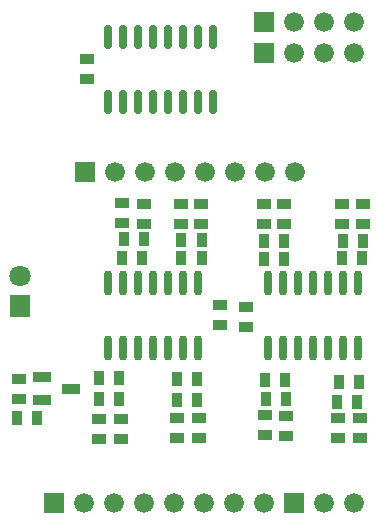
<source format=gts>
G04 Layer: TopSolderMaskLayer*
G04 Panelize: , Column: 5, Row: 1, Board Size: 33mm x 44.75mm, Panelized Board Size: 173mm x 44.75mm*
G04 EasyEDA v6.5.51, 2025-08-29 13:19:12*
G04 ee4e1d7ef05e477ab0e75e15892c94f3,14c8f2514d444a3a831de9b613ea4171,10*
G04 Gerber Generator version 0.2*
G04 Scale: 100 percent, Rotated: No, Reflected: No *
G04 Dimensions in millimeters *
G04 leading zeros omitted , absolute positions ,4 integer and 5 decimal *
%FSLAX45Y45*%
%MOMM*%

%AMMACRO1*4,1,8,-0.8085,-0.8382,-0.8382,-0.8084,-0.8382,0.8085,-0.8085,0.8382,0.8084,0.8382,0.8382,0.8085,0.8382,-0.8084,0.8084,-0.8382,-0.8085,-0.8382,0*%
%AMMACRO2*4,1,8,-0.8085,-0.9008,-0.8382,-0.871,-0.8382,0.8711,-0.8085,0.9008,0.8084,0.9008,0.8382,0.8711,0.8382,-0.871,0.8084,-0.9008,-0.8085,-0.9008,0*%
%AMMACRO3*4,1,8,-0.4921,-0.4516,-0.5516,-0.3921,-0.5516,0.3921,-0.4921,0.4516,0.4921,0.4516,0.5516,0.3921,0.5516,-0.3921,0.4921,-0.4516,-0.4921,-0.4516,0*%
%AMMACRO4*4,1,8,-0.3921,-0.5516,-0.4516,-0.4921,-0.4516,0.4921,-0.3921,0.5516,0.3921,0.5516,0.4516,0.4921,0.4516,-0.4921,0.3921,-0.5516,-0.3921,-0.5516,0*%
%AMMACRO5*4,1,8,-0.6671,-0.4516,-0.7266,-0.3921,-0.7266,0.3921,-0.6671,0.4516,0.6671,0.4516,0.7266,0.3921,0.7266,-0.3921,0.6671,-0.4516,-0.6671,-0.4516,0*%
%ADD10MACRO1*%
%ADD11C,1.6764*%
%ADD12MACRO2*%
%ADD13C,1.8016*%
%ADD14MACRO3*%
%ADD15MACRO4*%
%ADD16O,0.675589X2.139594*%
%ADD17O,0.703605X2.072589*%
%ADD18MACRO5*%
%ADD19C,0.0179*%

%LPD*%
D10*
G01*
X2253995Y329996D03*
D11*
G01*
X2507995Y329996D03*
G01*
X2761995Y329996D03*
G01*
X3015995Y329996D03*
D10*
G01*
X2253995Y585000D03*
D11*
G01*
X2507995Y584987D03*
G01*
X2761995Y584987D03*
G01*
X3015995Y584987D03*
D10*
G01*
X734059Y-685098D03*
D11*
G01*
X988060Y-685088D03*
G01*
X1242060Y-685088D03*
G01*
X1496060Y-685088D03*
G01*
X1750060Y-685088D03*
G01*
X2004059Y-685088D03*
G01*
X2258059Y-685088D03*
G01*
X2512059Y-685088D03*
G01*
X3013963Y-3479774D03*
G01*
X2759963Y-3479774D03*
D10*
G01*
X2505963Y-3479784D03*
D12*
G01*
X184911Y-1817114D03*
D13*
G01*
X184912Y-1563115D03*
D10*
G01*
X473997Y-3479995D03*
D11*
G01*
X727989Y-3479977D03*
G01*
X981989Y-3479977D03*
G01*
X1235989Y-3479977D03*
G01*
X1489989Y-3479977D03*
G01*
X1743989Y-3479977D03*
G01*
X1997989Y-3479977D03*
G01*
X2251989Y-3479977D03*
D14*
G01*
X2099995Y-1989998D03*
G01*
X2099995Y-1819996D03*
G01*
X1885022Y-1980095D03*
G01*
X1885022Y-1810092D03*
D15*
G01*
X2424996Y-1264998D03*
G01*
X2254994Y-1264998D03*
G01*
X1234998Y-1249997D03*
G01*
X1064996Y-1249997D03*
G01*
X2439997Y-2604996D03*
G01*
X2269995Y-2604996D03*
G01*
X1029969Y-2599689D03*
G01*
X859967Y-2599689D03*
G01*
X1554995Y-1259997D03*
G01*
X1724997Y-1259997D03*
G01*
X2869994Y-2629994D03*
G01*
X3039996Y-2629994D03*
G01*
X1515033Y-2609850D03*
G01*
X1685035Y-2609850D03*
D14*
G01*
X754976Y104929D03*
G01*
X754976Y274932D03*
G01*
X175348Y-2429598D03*
G01*
X175348Y-2599601D03*
D15*
G01*
X2254994Y-1414998D03*
G01*
X2424996Y-1414998D03*
G01*
X1054996Y-1409997D03*
G01*
X1224998Y-1409997D03*
G01*
X2259995Y-2439995D03*
G01*
X2429997Y-2439995D03*
G01*
X859944Y-2424684D03*
G01*
X1029947Y-2424684D03*
D14*
G01*
X2254996Y-1124999D03*
G01*
X2254996Y-954996D03*
G01*
X2424996Y-1120000D03*
G01*
X2424996Y-949998D03*
G01*
X1234998Y-1120000D03*
G01*
X1234998Y-949998D03*
G01*
X1054999Y-1114999D03*
G01*
X1054999Y-944996D03*
G01*
X2439995Y-2744993D03*
G01*
X2439995Y-2914995D03*
G01*
X2259995Y-2739994D03*
G01*
X2259995Y-2909996D03*
G01*
X1045022Y-2769704D03*
G01*
X1045022Y-2939707D03*
G01*
X860110Y-2769704D03*
G01*
X860110Y-2939707D03*
D15*
G01*
X3084995Y-1409997D03*
G01*
X2914992Y-1409997D03*
G01*
X1724997Y-1409997D03*
G01*
X1554995Y-1409997D03*
G01*
X3059996Y-2459995D03*
G01*
X2889994Y-2459995D03*
G01*
X1685013Y-2434843D03*
G01*
X1515010Y-2434843D03*
D14*
G01*
X3089993Y-1124999D03*
G01*
X3089993Y-954996D03*
G01*
X2909994Y-1124999D03*
G01*
X2909994Y-954996D03*
G01*
X1554998Y-1124999D03*
G01*
X1554998Y-954996D03*
G01*
X1719996Y-1120000D03*
G01*
X1719996Y-949998D03*
G01*
X2879994Y-2764993D03*
G01*
X2879994Y-2934995D03*
G01*
X3064995Y-2764993D03*
G01*
X3064995Y-2934995D03*
G01*
X1705168Y-2764878D03*
G01*
X1705168Y-2934881D03*
G01*
X1520002Y-2764878D03*
G01*
X1520002Y-2934881D03*
D15*
G01*
X329923Y-2765043D03*
G01*
X159920Y-2765043D03*
D16*
G01*
X2283993Y-2171903D03*
G01*
X2410993Y-2171903D03*
G01*
X2537993Y-2171903D03*
G01*
X2664993Y-2171903D03*
G01*
X2791993Y-2171903D03*
G01*
X2918993Y-2171903D03*
G01*
X3045993Y-2171903D03*
G01*
X2283993Y-1618081D03*
G01*
X2410993Y-1618081D03*
G01*
X2537993Y-1618081D03*
G01*
X2664993Y-1618081D03*
G01*
X2791993Y-1618081D03*
G01*
X2918993Y-1618081D03*
G01*
X3045993Y-1618081D03*
G01*
X928878Y-2172004D03*
G01*
X1055878Y-2172004D03*
G01*
X1182878Y-2172004D03*
G01*
X1309878Y-2172004D03*
G01*
X1436878Y-2172004D03*
G01*
X1563878Y-2172004D03*
G01*
X1690878Y-2172004D03*
G01*
X928878Y-1618183D03*
G01*
X1055878Y-1618183D03*
G01*
X1182878Y-1618183D03*
G01*
X1309878Y-1618183D03*
G01*
X1436878Y-1618183D03*
G01*
X1563878Y-1618183D03*
G01*
X1690878Y-1618183D03*
D17*
G01*
X935481Y-88442D03*
G01*
X1062481Y-88442D03*
G01*
X1189481Y-88442D03*
G01*
X1316481Y-88442D03*
G01*
X1443481Y-88442D03*
G01*
X1570481Y-88442D03*
G01*
X1697481Y-88442D03*
G01*
X1824481Y-88442D03*
G01*
X935481Y458673D03*
G01*
X1062481Y458673D03*
G01*
X1189481Y458673D03*
G01*
X1316481Y458673D03*
G01*
X1443481Y458673D03*
G01*
X1570481Y458673D03*
G01*
X1697481Y458673D03*
G01*
X1824481Y458673D03*
D18*
G01*
X370078Y-2420111D03*
G01*
X370078Y-2610103D03*
G01*
X620013Y-2515107D03*
D15*
G01*
X2919994Y-1264998D03*
G01*
X3089996Y-1264998D03*
M02*

</source>
